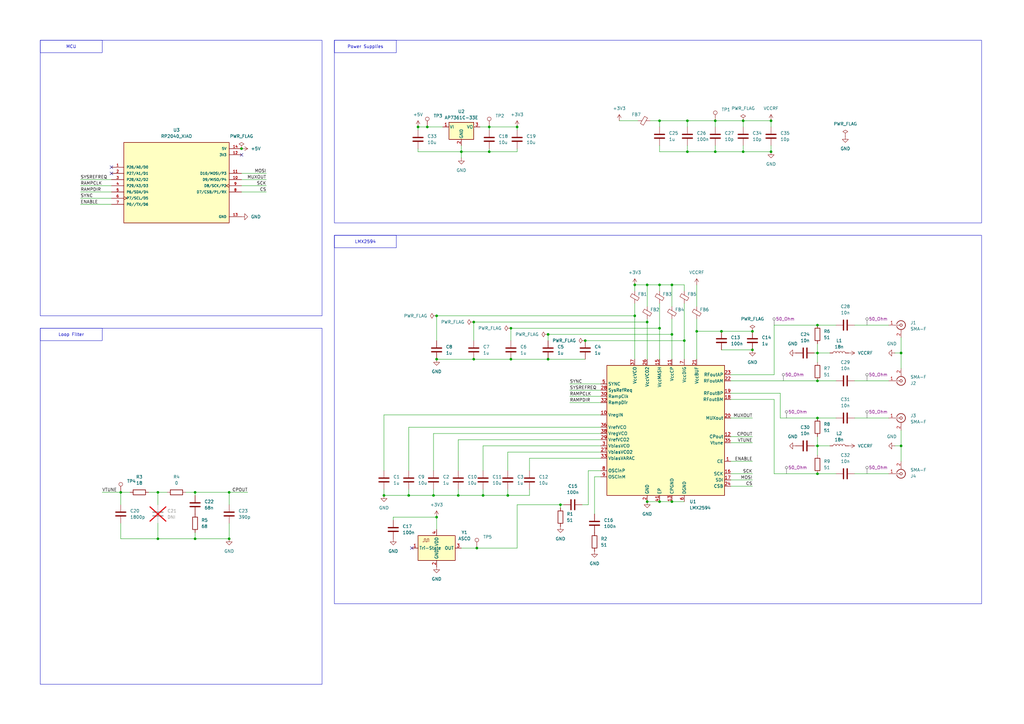
<source format=kicad_sch>
(kicad_sch (version 20250114) (generator "eeschema") (generator_version "9.0")
  (paper "A3")
  (title_block (title "LMX2594 Test Board") (date "2025-09-18") (company "MAX XIANG"))
  (lib_symbols
    (symbol "0thaumatilib:RP2040_XIAO" (pin_names (offset 1.016))
      (property "Reference" "U" (at -22.86 17.78 0))
      (property "Value" "RP2040_XIAO" (at -22.86 -17.78 0))
      (symbol "RP2040_XIAO_0_0"
        (pin bidirectional line (at -27.94 7.62 0) (length 5.08) (name "P26/A0/D0") (number "1"))
        (pin bidirectional line (at -27.94 5.08 0) (length 5.08) (name "P27/A1/D1") (number "2"))
        (pin bidirectional line (at -27.94 2.54 0) (length 5.08) (name "P28/A2/D2") (number "3"))
        (pin bidirectional line (at -27.94 0 0) (length 5.08) (name "P29/A3/D3") (number "4"))
        (pin bidirectional line (at -27.94 -2.54 0) (length 5.08) (name "P6/SDA/D4") (number "5"))
        (pin bidirectional clock (at -27.94 -5.08 0) (length 5.08) (name "P7/SCL/D5") (number "6"))
        (pin bidirectional line (at -27.94 -7.62 0) (length 5.08) (name "P0//TX/D6") (number "7"))
        (pin power_in line (at 25.4 15.24 180) (length 5.08) (name "5V") (number "14"))
        (pin power_in line (at 25.4 12.7 180) (length 5.08) (name "3V3") (number "12"))
        (pin bidirectional line (at 25.4 5.08 180) (length 5.08) (name "D10/MOSI/P3") (number "11"))
        (pin bidirectional line (at 25.4 2.54 180) (length 5.08) (name "D9/MISO/P4") (number "10"))
        (pin bidirectional clock (at 25.4 0 180) (length 5.08) (name "D8/SCK/P2") (number "9"))
        (pin bidirectional line (at 25.4 -2.54 180) (length 5.08) (name "D7/CSB/P1/RX") (number "8"))
        (pin power_in line (at 25.4 -12.7 180) (length 5.08) (name "GND") (number "13"))
      )
    )
    (symbol "Connector:Conn_Coaxial" (pin_names (offset 1.016) (hide yes))
      (property "Reference" "J" (at 0.254 3.048 0))
      (property "Value" "Conn_Coaxial" (at 2.921 0 90))
      (symbol "Conn_Coaxial_1_1"
        (pin passive line (at -5.08 0 0) (length 2.54) (name "In") (number "1"))
        (pin passive line (at 0 -5.08 90) (length 2.54) (name "Ext") (number "2"))
      )
    )
    (symbol "Connector:TestPoint" (pin_numbers (hide yes)) (pin_names (offset 0.762) (hide yes))
      (property "Reference" "TP" (at 0 6.858 0))
      (property "Value" "TestPoint" (at 0 5.08 0))
      (symbol "TestPoint_1_1"
        (pin passive line (at 0 0 90) (length 2.54) (name "1") (number "1"))
      )
    )
    (symbol "Device:C" (pin_numbers (hide yes)) (pin_names (offset 0.254))
      (property "Reference" "C" (at 0.635 2.54 0))
      (property "Value" "C" (at 0.635 -2.54 0))
      (symbol "C_1_1"
        (pin passive line (at 0 3.81 270) (length 2.794) (name "~") (number "1"))
        (pin passive line (at 0 -3.81 90) (length 2.794) (name "~") (number "2"))
      )
    )
    (symbol "Device:FerriteBead_Small" (pin_numbers (hide yes)) (pin_names (offset 0))
      (property "Reference" "FB" (at 1.905 1.27 0))
      (property "Value" "FerriteBead_Small" (at 1.905 -1.27 0))
      (symbol "FerriteBead_Small_1_1"
        (pin passive line (at 0 2.54 270) (length 1.27) (name "~") (number "1"))
        (pin passive line (at 0 -2.54 90) (length 1.27) (name "~") (number "2"))
      )
    )
    (symbol "Device:L" (pin_numbers (hide yes)) (pin_names (offset 1.016) (hide yes))
      (property "Reference" "L" (at -1.27 0 90))
      (property "Value" "L" (at 1.905 0 90))
      (symbol "L_1_1"
        (pin passive line (at 0 3.81 270) (length 1.27) (name "1") (number "1"))
        (pin passive line (at 0 -3.81 90) (length 1.27) (name "2") (number "2"))
      )
    )
    (symbol "Device:R" (pin_numbers (hide yes)) (pin_names (offset 0))
      (property "Reference" "R" (at 2.032 0 90))
      (property "Value" "R" (at 0 0 90))
      (symbol "R_1_1"
        (pin passive line (at 0 3.81 270) (length 1.27) (name "~") (number "1"))
        (pin passive line (at 0 -3.81 90) (length 1.27) (name "~") (number "2"))
      )
    )
    (symbol "LMX2594_1"
      (property "Reference" "U1" (at 9.7633 -29.21 0))
      (property "Value" "LMX2594" (at 9.7633 -31.75 0))
      (symbol "LMX2594_1_1_1"
        (pin input line (at -26.67 19.05 0) (length 2.54) (name "SYNC") (number "5"))
        (pin input line (at -26.67 16.51 0) (length 2.54) (name "SysRefReq") (number "28"))
        (pin input line (at -26.67 13.97 0) (length 2.54) (name "RampClk") (number "30"))
        (pin input line (at -26.67 11.43 0) (length 2.54) (name "RampDir") (number "32"))
        (pin passive line (at -26.67 6.35 0) (length 2.54) (name "VregIN") (number "10"))
        (pin passive line (at -26.67 1.27 0) (length 2.54) (name "VrefVCO") (number "36"))
        (pin passive line (at -26.67 -1.27 0) (length 2.54) (name "VregVCO") (number "38"))
        (pin passive line (at -26.67 -3.81 0) (length 2.54) (name "VrefVCO2") (number "29"))
        (pin passive line (at -26.67 -6.35 0) (length 2.54) (name "VbiasVCO") (number "3"))
        (pin passive line (at -26.67 -8.89 0) (length 2.54) (name "VbiasVCO2") (number "27"))
        (pin passive line (at -26.67 -11.43 0) (length 2.54) (name "VbiasVARAC") (number "33"))
        (pin input line (at -26.67 -16.51 0) (length 2.54) (name "OSCinP") (number "8"))
        (pin input line (at -26.67 -19.05 0) (length 2.54) (name "OSCinM") (number "9"))
        (pin power_in line (at -12.7 29.21 270) (length 2.54) (name "VccVCO") (number "37"))
        (pin power_in line (at -7.62 29.21 270) (length 2.54) (name "VccVCO2") (number "26"))
        (pin passive line (at -7.62 -29.21 90) (length 2.54) (name "GND") (number "2"))
        (pin passive line (at -7.62 -29.21 90) (length 2.54) (hide yes) (name "GND") (number "25"))
        (pin passive line (at -7.62 -29.21 90) (length 2.54) (hide yes) (name "GND") (number "31"))
        (pin passive line (at -7.62 -29.21 90) (length 2.54) (hide yes) (name "GND") (number "34"))
        (pin passive line (at -7.62 -29.21 90) (length 2.54) (hide yes) (name "GND") (number "39"))
        (pin passive line (at -7.62 -29.21 90) (length 2.54) (hide yes) (name "GND") (number "4"))
        (pin passive line (at -7.62 -29.21 90) (length 2.54) (hide yes) (name "GND") (number "40"))
        (pin power_in line (at -2.54 29.21 270) (length 2.54) (name "VccMASH") (number "15"))
        (pin passive line (at -2.54 -29.21 90) (length 2.54) (name "EP") (number "41"))
        (pin power_in line (at 2.54 29.21 270) (length 2.54) (name "VccCP") (number "11"))
        (pin passive line (at 2.54 -29.21 90) (length 2.54) (name "CPGND") (number "13"))
        (pin power_in line (at 7.62 29.21 270) (length 2.54) (name "VccDIG") (number "7"))
        (pin passive line (at 7.62 -29.21 90) (length 2.54) (hide yes) (name "DGND") (number "14"))
        (pin passive line (at 7.62 -29.21 90) (length 2.54) (name "DGND") (number "6"))
        (pin power_in line (at 12.7 29.21 270) (length 2.54) (name "VccBUF") (number "21"))
        (pin output line (at 26.67 22.86 180) (length 2.54) (name "RFoutAP") (number "23"))
        (pin output line (at 26.67 20.32 180) (length 2.54) (name "RFoutAM") (number "22"))
        (pin output line (at 26.67 15.24 180) (length 2.54) (name "RFoutBP") (number "19"))
        (pin output line (at 26.67 12.7 180) (length 2.54) (name "RFoutBM") (number "18"))
        (pin output line (at 26.67 5.08 180) (length 2.54) (name "MUXout") (number "20"))
        (pin output line (at 26.67 -2.54 180) (length 2.54) (name "CPout") (number "12"))
        (pin input line (at 26.67 -5.08 180) (length 2.54) (name "Vtune") (number "35"))
        (pin input line (at 26.67 -12.7 180) (length 2.54) (name "CE") (number "1"))
        (pin input line (at 26.67 -17.78 180) (length 2.54) (name "SCK") (number "16"))
        (pin input line (at 26.67 -20.32 180) (length 2.54) (name "SDI") (number "17"))
        (pin input line (at 26.67 -22.86 180) (length 2.54) (name "CSB") (number "24"))
      )
    )
    (symbol "Oscillator:ASCO"
      (property "Reference" "Y" (at -7.62 6.35 0))
      (property "Value" "ASCO" (at 1.27 -6.35 0))
      (symbol "ASCO_1_1"
        (pin input line (at -10.16 0 0) (length 2.54) (name "Tri-State") (number "1"))
        (pin power_in line (at 0 7.62 270) (length 2.54) (name "VDD") (number "4"))
        (pin power_in line (at 0 -7.62 90) (length 2.54) (name "GND") (number "2"))
        (pin output line (at 10.16 0 180) (length 2.54) (name "OUT") (number "3"))
      )
    )
    (symbol "Regulator_Linear:AP7361C-33E" (pin_names (offset 0.254))
      (property "Reference" "U" (at -3.81 3.175 0))
      (property "Value" "AP7361C-33E" (at 0 3.175 0))
      (symbol "AP7361C-33E_1_1"
        (pin power_in line (at -7.62 0 0) (length 2.54) (name "VI") (number "1"))
        (pin power_in line (at 0 -7.62 90) (length 2.54) (name "GND") (number "2"))
        (pin power_out line (at 7.62 0 180) (length 2.54) (name "VO") (number "3"))
      )
    )
    (symbol "power:+3V3" (power) (pin_numbers (hide yes)) (pin_names (offset 0) (hide yes))
      (property "Value" "+3V3" (at 0 3.556 0))
      (symbol "+3V3_1_1"
        (pin power_in line (at 0 0 90) (length 0) (name "~") (number "1"))
      )
    )
    (symbol "power:+5V" (power) (pin_numbers (hide yes)) (pin_names (offset 0) (hide yes))
      (property "Value" "+5V" (at 0 3.556 0))
      (symbol "+5V_1_1"
        (pin power_in line (at 0 0 90) (length 0) (name "~") (number "1"))
      )
    )
    (symbol "power:GND" (power) (pin_numbers (hide yes)) (pin_names (offset 0) (hide yes))
      (property "Value" "GND" (at 0 -3.81 0))
      (symbol "GND_1_1"
        (pin power_in line (at 0 0 270) (length 0) (name "~") (number "1"))
      )
    )
    (symbol "power:PWR_FLAG" (power) (pin_numbers (hide yes)) (pin_names (offset 0) (hide yes))
      (property "Value" "PWR_FLAG" (at 0 3.81 0))
      (symbol "PWR_FLAG_0_0"
        (pin power_out line (at 0 0 90) (length 0) (name "~") (number "1"))
      )
    )
    (symbol "power:VCC" (power) (pin_numbers (hide yes)) (pin_names (offset 0) (hide yes))
      (property "Value" "VCC" (at 0 3.556 0))
      (symbol "VCC_1_1"
        (pin power_in line (at 0 0 90) (length 0) (name "~") (number "1"))
      )
    )
  )
  (rectangle (start 137.16 96.52) (end 402.59 247.65))
  (rectangle (start 16.51 134.62) (end 132.08 280.67))
  (rectangle (start 137.16 16.51) (end 402.59 91.44))
  (rectangle (start 16.51 16.51) (end 132.08 129.54))
  (text_box "Power Supplies" (at 137.16 16.51 0) (size 25.4 5.08) (margins 0.9525 0.9525 0.9525 0.9525) (effects (font (size 1.27 1.27))))
  (text_box "LMX2594" (at 137.16 96.52 0) (size 25.4 5.08) (margins 0.9525 0.9525 0.9525 0.9525) (effects (font (size 1.27 1.27))))
  (text_box "MCU" (at 16.51 16.51 0) (size 25.4 5.08) (margins 0.9525 0.9525 0.9525 0.9525) (effects (font (size 1.27 1.27))))
  (text_box "Loop Filter" (at 16.51 134.62 0) (size 25.4 5.08) (margins 0.9525 0.9525 0.9525 0.9525) (effects (font (size 1.27 1.27))))
  (junction (at 270.51 205.74))
  (junction (at 179.07 212.09))
  (junction (at 335.28 156.21))
  (junction (at 80.01 220.98))
  (junction (at 335.28 144.78))
  (junction (at 265.43 205.74))
  (junction (at 198.12 203.2))
  (junction (at 265.43 132.08))
  (junction (at 64.77 220.98))
  (junction (at 208.28 203.2))
  (junction (at 80.01 201.93))
  (junction (at 212.09 52.07))
  (junction (at 194.31 132.08))
  (junction (at 93.98 220.98))
  (junction (at 171.45 52.07))
  (junction (at 64.77 201.93))
  (junction (at 304.8 49.53))
  (junction (at 308.61 135.89))
  (junction (at 99.06 60.96))
  (junction (at 179.07 129.54))
  (junction (at 304.8 62.23))
  (junction (at 229.87 207.01))
  (junction (at 280.67 139.7))
  (junction (at 281.94 62.23))
  (junction (at 335.28 171.45))
  (junction (at 240.03 139.7))
  (junction (at 209.55 134.62))
  (junction (at 200.66 52.07))
  (junction (at 177.8 203.2))
  (junction (at 195.58 224.79))
  (junction (at 265.43 116.84))
  (junction (at 157.48 203.2))
  (junction (at 293.37 49.53))
  (junction (at 209.55 147.32))
  (junction (at 316.23 62.23))
  (junction (at 308.61 143.51))
  (junction (at 275.59 116.84))
  (junction (at 295.91 135.89))
  (junction (at 275.59 137.16))
  (junction (at 224.79 137.16))
  (junction (at 194.31 147.32))
  (junction (at 281.94 49.53))
  (junction (at 49.53 201.93))
  (junction (at 316.23 49.53))
  (junction (at 260.35 129.54))
  (junction (at 369.57 182.88))
  (junction (at 224.79 147.32))
  (junction (at 293.37 62.23))
  (junction (at 175.26 52.07))
  (junction (at 200.66 62.23))
  (junction (at 335.28 182.88))
  (junction (at 335.28 194.31))
  (junction (at 285.75 135.89))
  (junction (at 93.98 201.93))
  (junction (at 335.28 133.35))
  (junction (at 270.51 116.84))
  (junction (at 179.07 147.32))
  (junction (at 260.35 116.84))
  (junction (at 270.51 134.62))
  (junction (at 187.96 203.2))
  (junction (at 189.23 62.23))
  (junction (at 369.57 144.78))
  (junction (at 167.64 203.2))
  (junction (at 270.51 49.53))
  (junction (at 275.59 205.74))
  (no_connect (at 168.91 224.79))
  (no_connect (at 45.72 68.58))
  (no_connect (at 45.72 71.12))
  (no_connect (at 99.06 63.5))
  (wire (pts (xy 194.31 132.08) (xy 265.43 132.08)))
  (wire (pts (xy 196.85 52.07) (xy 200.66 52.07)))
  (wire (pts (xy 93.98 214.63) (xy 93.98 220.98)))
  (wire (pts (xy 285.75 135.89) (xy 295.91 135.89)))
  (wire (pts (xy 280.67 116.84) (xy 275.59 116.84)))
  (wire (pts (xy 49.53 207.01) (xy 49.53 201.93)))
  (wire (pts (xy 194.31 147.32) (xy 209.55 147.32)))
  (wire (pts (xy 171.45 60.96) (xy 171.45 62.23)))
  (wire (pts (xy 212.09 224.79) (xy 212.09 207.01)))
  (wire (pts (xy 334.01 144.78) (xy 335.28 144.78)))
  (wire (pts (xy 270.51 134.62) (xy 270.51 147.32)))
  (wire (pts (xy 335.28 133.35) (xy 342.9 133.35)))
  (wire (pts (xy 260.35 129.54) (xy 260.35 147.32)))
  (wire (pts (xy 350.52 171.45) (xy 364.49 171.45)))
  (wire (pts (xy 285.75 130.81) (xy 285.75 135.89)))
  (wire (pts (xy 99.06 71.12) (xy 109.22 71.12)))
  (wire (pts (xy 33.02 73.66) (xy 45.72 73.66)))
  (wire (pts (xy 189.23 62.23) (xy 200.66 62.23)))
  (wire (pts (xy 179.07 147.32) (xy 194.31 147.32)))
  (wire (pts (xy 304.8 62.23) (xy 293.37 62.23)))
  (wire (pts (xy 243.84 195.58) (xy 246.38 195.58)))
  (wire (pts (xy 367.03 144.78) (xy 369.57 144.78)))
  (wire (pts (xy 161.29 212.09) (xy 179.07 212.09)))
  (wire (pts (xy 99.06 76.2) (xy 109.22 76.2)))
  (wire (pts (xy 241.3 193.04) (xy 246.38 193.04)))
  (wire (pts (xy 270.51 62.23) (xy 270.51 59.69)))
  (wire (pts (xy 64.77 220.98) (xy 49.53 220.98)))
  (wire (pts (xy 200.66 62.23) (xy 212.09 62.23)))
  (wire (pts (xy 224.79 137.16) (xy 275.59 137.16)))
  (wire (pts (xy 171.45 62.23) (xy 189.23 62.23)))
  (wire (pts (xy 246.38 170.18) (xy 157.48 170.18)))
  (wire (pts (xy 224.79 137.16) (xy 224.79 139.7)))
  (wire (pts (xy 270.51 124.46) (xy 270.51 134.62)))
  (wire (pts (xy 335.28 182.88) (xy 340.36 182.88)))
  (wire (pts (xy 212.09 207.01) (xy 229.87 207.01)))
  (wire (pts (xy 265.43 130.81) (xy 265.43 132.08)))
  (wire (pts (xy 350.52 133.35) (xy 364.49 133.35)))
  (wire (pts (xy 299.72 199.39) (xy 308.61 199.39)))
  (wire (pts (xy 299.72 196.85) (xy 308.61 196.85)))
  (wire (pts (xy 304.8 49.53) (xy 293.37 49.53)))
  (wire (pts (xy 240.03 139.7) (xy 280.67 139.7)))
  (wire (pts (xy 233.68 165.1) (xy 246.38 165.1)))
  (wire (pts (xy 80.01 201.93) (xy 93.98 201.93)))
  (wire (pts (xy 224.79 147.32) (xy 240.03 147.32)))
  (wire (pts (xy 99.06 78.74) (xy 109.22 78.74)))
  (wire (pts (xy 187.96 180.34) (xy 246.38 180.34)))
  (wire (pts (xy 275.59 116.84) (xy 275.59 125.73)))
  (wire (pts (xy 275.59 137.16) (xy 275.59 147.32)))
  (wire (pts (xy 161.29 212.09) (xy 161.29 213.36)))
  (wire (pts (xy 265.43 116.84) (xy 265.43 125.73)))
  (wire (pts (xy 64.77 214.63) (xy 64.77 220.98)))
  (wire (pts (xy 229.87 207.01) (xy 229.87 208.28)))
  (wire (pts (xy 299.72 194.31) (xy 308.61 194.31)))
  (wire (pts (xy 254 49.53) (xy 261.62 49.53)))
  (wire (pts (xy 209.55 147.32) (xy 224.79 147.32)))
  (wire (pts (xy 195.58 224.79) (xy 212.09 224.79)))
  (wire (pts (xy 177.8 200.66) (xy 177.8 203.2)))
  (wire (pts (xy 171.45 52.07) (xy 175.26 52.07)))
  (wire (pts (xy 208.28 185.42) (xy 246.38 185.42)))
  (wire (pts (xy 187.96 193.04) (xy 187.96 180.34)))
  (wire (pts (xy 157.48 200.66) (xy 157.48 203.2)))
  (wire (pts (xy 80.01 218.44) (xy 80.01 220.98)))
  (wire (pts (xy 167.64 193.04) (xy 167.64 175.26)))
  (wire (pts (xy 80.01 220.98) (xy 64.77 220.98)))
  (wire (pts (xy 316.23 59.69) (xy 316.23 62.23)))
  (wire (pts (xy 194.31 132.08) (xy 194.31 139.7)))
  (wire (pts (xy 209.55 134.62) (xy 209.55 139.7)))
  (wire (pts (xy 167.64 175.26) (xy 246.38 175.26)))
  (wire (pts (xy 229.87 207.01) (xy 231.14 207.01)))
  (wire (pts (xy 281.94 49.53) (xy 293.37 49.53)))
  (wire (pts (xy 299.72 156.21) (xy 335.28 156.21)))
  (wire (pts (xy 189.23 59.69) (xy 189.23 62.23)))
  (wire (pts (xy 316.23 49.53) (xy 316.23 52.07)))
  (wire (pts (xy 64.77 201.93) (xy 64.77 207.01)))
  (wire (pts (xy 167.64 203.2) (xy 177.8 203.2)))
  (wire (pts (xy 270.51 205.74) (xy 275.59 205.74)))
  (wire (pts (xy 335.28 182.88) (xy 335.28 186.69)))
  (wire (pts (xy 41.91 201.93) (xy 49.53 201.93)))
  (wire (pts (xy 93.98 201.93) (xy 101.6 201.93)))
  (wire (pts (xy 33.02 83.82) (xy 45.72 83.82)))
  (wire (pts (xy 187.96 203.2) (xy 198.12 203.2)))
  (wire (pts (xy 80.01 201.93) (xy 80.01 203.2)))
  (wire (pts (xy 299.72 189.23) (xy 308.61 189.23)))
  (wire (pts (xy 200.66 52.07) (xy 212.09 52.07)))
  (wire (pts (xy 369.57 144.78) (xy 369.57 151.13)))
  (wire (pts (xy 280.67 116.84) (xy 280.67 119.38)))
  (wire (pts (xy 64.77 201.93) (xy 68.58 201.93)))
  (wire (pts (xy 335.28 156.21) (xy 342.9 156.21)))
  (wire (pts (xy 93.98 220.98) (xy 80.01 220.98)))
  (wire (pts (xy 335.28 140.97) (xy 335.28 144.78)))
  (wire (pts (xy 335.28 194.31) (xy 342.9 194.31)))
  (wire (pts (xy 270.51 52.07) (xy 270.51 49.53)))
  (wire (pts (xy 167.64 200.66) (xy 167.64 203.2)))
  (wire (pts (xy 320.04 171.45) (xy 320.04 161.29)))
  (wire (pts (xy 367.03 182.88) (xy 369.57 182.88)))
  (wire (pts (xy 76.2 201.93) (xy 80.01 201.93)))
  (wire (pts (xy 285.75 116.84) (xy 285.75 125.73)))
  (wire (pts (xy 304.8 59.69) (xy 304.8 62.23)))
  (wire (pts (xy 280.67 139.7) (xy 280.67 147.32)))
  (wire (pts (xy 233.68 160.02) (xy 246.38 160.02)))
  (wire (pts (xy 187.96 200.66) (xy 187.96 203.2)))
  (wire (pts (xy 280.67 124.46) (xy 280.67 139.7)))
  (wire (pts (xy 317.5 163.83) (xy 317.5 194.31)))
  (wire (pts (xy 233.68 157.48) (xy 246.38 157.48)))
  (wire (pts (xy 299.72 179.07) (xy 308.61 179.07)))
  (wire (pts (xy 212.09 52.07) (xy 212.09 53.34)))
  (wire (pts (xy 212.09 62.23) (xy 212.09 60.96)))
  (wire (pts (xy 198.12 200.66) (xy 198.12 203.2)))
  (wire (pts (xy 281.94 49.53) (xy 281.94 52.07)))
  (wire (pts (xy 317.5 194.31) (xy 335.28 194.31)))
  (wire (pts (xy 295.91 143.51) (xy 308.61 143.51)))
  (wire (pts (xy 295.91 135.89) (xy 308.61 135.89)))
  (wire (pts (xy 350.52 194.31) (xy 364.49 194.31)))
  (wire (pts (xy 299.72 163.83) (xy 317.5 163.83)))
  (wire (pts (xy 49.53 201.93) (xy 53.34 201.93)))
  (wire (pts (xy 334.01 182.88) (xy 335.28 182.88)))
  (wire (pts (xy 177.8 193.04) (xy 177.8 177.8)))
  (wire (pts (xy 316.23 49.53) (xy 304.8 49.53)))
  (wire (pts (xy 265.43 205.74) (xy 270.51 205.74)))
  (wire (pts (xy 157.48 203.2) (xy 167.64 203.2)))
  (wire (pts (xy 179.07 129.54) (xy 179.07 139.7)))
  (wire (pts (xy 189.23 224.79) (xy 195.58 224.79)))
  (wire (pts (xy 33.02 76.2) (xy 45.72 76.2)))
  (wire (pts (xy 208.28 193.04) (xy 208.28 185.42)))
  (wire (pts (xy 209.55 134.62) (xy 270.51 134.62)))
  (wire (pts (xy 275.59 130.81) (xy 275.59 137.16)))
  (wire (pts (xy 293.37 59.69) (xy 293.37 62.23)))
  (wire (pts (xy 335.28 171.45) (xy 342.9 171.45)))
  (wire (pts (xy 369.57 138.43) (xy 369.57 144.78)))
  (wire (pts (xy 157.48 170.18) (xy 157.48 193.04)))
  (wire (pts (xy 177.8 177.8) (xy 246.38 177.8)))
  (wire (pts (xy 304.8 49.53) (xy 304.8 52.07)))
  (wire (pts (xy 200.66 52.07) (xy 200.66 53.34)))
  (wire (pts (xy 270.51 49.53) (xy 281.94 49.53)))
  (wire (pts (xy 33.02 81.28) (xy 45.72 81.28)))
  (wire (pts (xy 266.7 49.53) (xy 270.51 49.53)))
  (wire (pts (xy 293.37 49.53) (xy 293.37 52.07)))
  (wire (pts (xy 33.02 78.74) (xy 45.72 78.74)))
  (wire (pts (xy 175.26 52.07) (xy 181.61 52.07)))
  (wire (pts (xy 208.28 200.66) (xy 208.28 203.2)))
  (wire (pts (xy 350.52 156.21) (xy 364.49 156.21)))
  (wire (pts (xy 200.66 62.23) (xy 200.66 60.96)))
  (wire (pts (xy 93.98 201.93) (xy 93.98 207.01)))
  (wire (pts (xy 320.04 161.29) (xy 299.72 161.29)))
  (wire (pts (xy 270.51 116.84) (xy 275.59 116.84)))
  (wire (pts (xy 275.59 205.74) (xy 280.67 205.74)))
  (wire (pts (xy 299.72 153.67) (xy 317.5 153.67)))
  (wire (pts (xy 171.45 52.07) (xy 171.45 53.34)))
  (wire (pts (xy 177.8 203.2) (xy 187.96 203.2)))
  (wire (pts (xy 281.94 59.69) (xy 281.94 62.23)))
  (wire (pts (xy 335.28 179.07) (xy 335.28 182.88)))
  (wire (pts (xy 198.12 203.2) (xy 208.28 203.2)))
  (wire (pts (xy 299.72 181.61) (xy 308.61 181.61)))
  (wire (pts (xy 189.23 62.23) (xy 189.23 64.77)))
  (wire (pts (xy 335.28 144.78) (xy 335.28 148.59)))
  (wire (pts (xy 317.5 153.67) (xy 317.5 133.35)))
  (wire (pts (xy 179.07 212.09) (xy 179.07 217.17)))
  (wire (pts (xy 246.38 187.96) (xy 217.17 187.96)))
  (wire (pts (xy 241.3 207.01) (xy 241.3 193.04)))
  (wire (pts (xy 316.23 62.23) (xy 304.8 62.23)))
  (wire (pts (xy 317.5 133.35) (xy 335.28 133.35)))
  (wire (pts (xy 285.75 135.89) (xy 285.75 147.32)))
  (wire (pts (xy 198.12 182.88) (xy 246.38 182.88)))
  (wire (pts (xy 208.28 203.2) (xy 217.17 203.2)))
  (wire (pts (xy 179.07 129.54) (xy 260.35 129.54)))
  (wire (pts (xy 265.43 132.08) (xy 265.43 147.32)))
  (wire (pts (xy 217.17 203.2) (xy 217.17 200.66)))
  (wire (pts (xy 260.35 116.84) (xy 260.35 119.38)))
  (wire (pts (xy 198.12 193.04) (xy 198.12 182.88)))
  (wire (pts (xy 270.51 116.84) (xy 270.51 119.38)))
  (wire (pts (xy 299.72 171.45) (xy 308.61 171.45)))
  (wire (pts (xy 260.35 124.46) (xy 260.35 129.54)))
  (wire (pts (xy 99.06 73.66) (xy 109.22 73.66)))
  (wire (pts (xy 369.57 176.53) (xy 369.57 182.88)))
  (wire (pts (xy 293.37 62.23) (xy 281.94 62.23)))
  (wire (pts (xy 335.28 144.78) (xy 340.36 144.78)))
  (wire (pts (xy 217.17 187.96) (xy 217.17 193.04)))
  (wire (pts (xy 369.57 182.88) (xy 369.57 189.23)))
  (wire (pts (xy 238.76 207.01) (xy 241.3 207.01)))
  (wire (pts (xy 49.53 220.98) (xy 49.53 214.63)))
  (wire (pts (xy 281.94 62.23) (xy 270.51 62.23)))
  (wire (pts (xy 60.96 201.93) (xy 64.77 201.93)))
  (wire (pts (xy 335.28 171.45) (xy 320.04 171.45)))
  (wire (pts (xy 270.51 116.84) (xy 265.43 116.84)))
  (wire (pts (xy 233.68 162.56) (xy 246.38 162.56)))
  (wire (pts (xy 243.84 195.58) (xy 243.84 210.82)))
  (wire (pts (xy 265.43 116.84) (xy 260.35 116.84)))
  (label "SYNC" (at 233.68 157.48 0))
  (label "CPOUT" (at 308.61 179.07 180))
  (label "MUXOUT" (at 308.61 171.45 180))
  (label "ENABLE" (at 33.02 83.82 0))
  (label "RAMPDIR" (at 33.02 78.74 0))
  (label "SYSREFREQ" (at 233.68 160.02 0))
  (label "RAMPCLK" (at 33.02 76.2 0))
  (label "MOSI" (at 308.61 196.85 180))
  (label "MUXOUT" (at 109.22 73.66 180))
  (label "VTUNE" (at 41.91 201.93 0))
  (label "SCK" (at 109.22 76.2 180))
  (label "CPOUT" (at 101.6 201.93 180))
  (label "RAMPCLK" (at 233.68 162.56 0))
  (label "VTUNE" (at 308.61 181.61 180))
  (label "ENABLE" (at 308.61 189.23 180))
  (label "MOSI" (at 109.22 71.12 180))
  (label "SCK" (at 308.61 194.31 180))
  (label "SYSREFREQ" (at 33.02 73.66 0))
  (label "CS" (at 308.61 199.39 180))
  (label "RAMPDIR" (at 233.68 165.1 0))
  (label "SYNC" (at 33.02 81.28 0))
  (label "CS" (at 109.22 78.74 180))
  (netclass_flag "" (length 2.54) (shape round) (at 355.6 194.31 0) (property "Netclass" "50_Ohm" (at 356.2985 191.77 0) (effects (justify left))))
  (netclass_flag "" (length 2.54) (shape round) (at 322.58 194.31 0) (property "Netclass" "50_Ohm" (at 323.2785 191.77 0) (effects (justify left))))
  (netclass_flag "" (length 2.54) (shape round) (at 355.6 171.45 0) (property "Netclass" "50_Ohm" (at 356.2985 168.91 0) (effects (justify left))))
  (netclass_flag "" (length 2.54) (shape round) (at 322.58 171.45 0) (property "Netclass" "50_Ohm" (at 323.2785 168.91 0) (effects (justify left))))
  (netclass_flag "" (length 2.54) (shape round) (at 355.6 133.35 0) (property "Netclass" "50_Ohm" (at 356.2985 130.81 0) (effects (justify left))))
  (netclass_flag "" (length 2.54) (shape round) (at 321.31 156.21 0) (property "Netclass" "50_Ohm" (at 322.0085 153.67 0) (effects (justify left))))
  (netclass_flag "" (length 2.54) (shape round) (at 317.5 133.35 0) (property "Netclass" "50_Ohm" (at 318.1985 130.81 0) (effects (justify left))))
  (netclass_flag "" (length 2.54) (shape round) (at 355.6 156.21 0) (property "Netclass" "50_Ohm" (at 356.2985 153.67 0) (effects (justify left))))
  (symbol (lib_id "power:VCC") (at 285.75 116.84 0) (unit 1)
    (property "Reference" "#PWR017" (effects (hide yes)))
    (property "Value" "VCCRF" (at 285.75 111.76 0))
    (property "Description" "Power symbol creates a global label with name \"VCCRF\"" (effects (hide yes)))
  )
  (symbol (lib_id "Device:C") (at 209.55 143.51 0) (unit 1)
    (property "Reference" "C6" (at 213.36 142.2399 0) (effects (justify left)))
    (property "Value" "1u" (at 213.36 144.7799 0) (effects (justify left)))
    (property "Footprint" "Capacitor_SMD:C_0402_1005Metric_Pad0.74x0.62mm_HandSolder" (effects (hide yes)))
    (property "Description" "Unpolarized capacitor" (effects (hide yes)))
  )
  (symbol (lib_id "Device:R") (at 335.28 190.5 0) (unit 1)
    (property "Reference" "R9" (at 337.82 189.2299 0) (effects (justify left)))
    (property "Value" "51" (at 337.82 191.7699 0) (effects (justify left)))
    (property "Footprint" "Resistor_SMD:R_0402_1005Metric_Pad0.72x0.64mm_HandSolder" (effects (hide yes)))
    (property "Description" "Resistor" (effects (hide yes)))
  )
  (symbol (lib_id "power:GND") (at 308.61 143.51 0) (unit 1)
    (property "Reference" "#PWR04" (effects (hide yes)))
    (property "Value" "GND" (at 308.61 148.59 0))
    (property "Description" "Power symbol creates a global label with name \"GND\" , ground" (effects (hide yes)))
  )
  (symbol (lib_id "Connector:Conn_Coaxial") (at 369.57 194.31 0) (mirror x) (unit 1)
    (property "Reference" "J4" (at 373.38 195.2869 0) (effects (justify left)))
    (property "Value" "SMA-F" (at 373.38 192.7469 0) (effects (justify left)))
    (property "Footprint" "0thaumati-footprintslib:ADAMTECH_RF2-143-T-17-50-G" (effects (hide yes)))
    (property "Description" "coaxial connector (BNC, SMA, SMB, SMC, Cinch/RCA, LEMO, ...)" (effects (hide yes)))
  )
  (symbol (lib_id "Device:R") (at 229.87 212.09 0) (unit 1)
    (property "Reference" "R1" (at 232.41 210.8199 0) (effects (justify left)))
    (property "Value" "51" (at 232.41 213.3599 0) (effects (justify left)))
    (property "Footprint" "Resistor_SMD:R_0402_1005Metric_Pad0.72x0.64mm_HandSolder" (effects (hide yes)))
    (property "Description" "Resistor" (effects (hide yes)))
  )
  (symbol (lib_id "Device:C") (at 330.2 144.78 90) (unit 1)
    (property "Reference" "C24" (at 330.2 137.16 90))
    (property "Value" "10n" (at 330.2 139.7 90))
    (property "Footprint" "Capacitor_SMD:C_0402_1005Metric_Pad0.74x0.62mm_HandSolder" (effects (hide yes)))
    (property "Description" "Unpolarized capacitor" (effects (hide yes)))
  )
  (symbol (lib_id "Device:C") (at 316.23 55.88 0) (unit 1)
    (property "Reference" "C35" (at 320.04 54.6099 0) (effects (justify left)))
    (property "Value" "10p" (at 320.04 57.1499 0) (effects (justify left)))
    (property "Footprint" "Capacitor_SMD:C_0402_1005Metric_Pad0.74x0.62mm_HandSolder" (effects (hide yes)))
    (property "Description" "Unpolarized capacitor" (effects (hide yes)))
  )
  (symbol (lib_id "power:PWR_FLAG") (at 346.71 55.88 0) (unit 1)
    (property "Reference" "#FLG08" (effects (hide yes)))
    (property "Value" "PWR_FLAG" (at 346.71 50.8 0))
    (property "Description" "Special symbol for telling ERC where power comes from" (effects (hide yes)))
  )
  (symbol (lib_id "Device:C") (at 93.98 210.82 0) (unit 1)
    (property "Reference" "C23" (at 97.79 209.5499 0) (effects (justify left)))
    (property "Value" "390p" (at 97.79 212.0899 0) (effects (justify left)))
    (property "Footprint" "Capacitor_SMD:C_0603_1608Metric_Pad1.08x0.95mm_HandSolder" (effects (hide yes)))
    (property "Description" "Unpolarized capacitor" (effects (hide yes)))
  )
  (symbol (lib_id "Device:C") (at 179.07 143.51 0) (unit 1)
    (property "Reference" "C8" (at 182.88 142.2399 0) (effects (justify left)))
    (property "Value" "1u" (at 182.88 144.7799 0) (effects (justify left)))
    (property "Footprint" "Capacitor_SMD:C_0402_1005Metric_Pad0.74x0.62mm_HandSolder" (effects (hide yes)))
    (property "Description" "Unpolarized capacitor" (effects (hide yes)))
  )
  (symbol (lib_id "Device:C") (at 177.8 196.85 0) (unit 1)
    (property "Reference" "C2" (at 181.61 195.5799 0) (effects (justify left)))
    (property "Value" "1u" (at 181.61 198.1199 0) (effects (justify left)))
    (property "Footprint" "Capacitor_SMD:C_0402_1005Metric_Pad0.74x0.62mm_HandSolder" (effects (hide yes)))
    (property "Description" "Unpolarized capacitor" (effects (hide yes)))
  )
  (symbol (lib_id "Device:C") (at 330.2 182.88 90) (unit 1)
    (property "Reference" "C30" (at 330.2 175.26 90))
    (property "Value" "10n" (at 330.2 177.8 90))
    (property "Footprint" "Capacitor_SMD:C_0402_1005Metric_Pad0.74x0.62mm_HandSolder" (effects (hide yes)))
    (property "Description" "Unpolarized capacitor" (effects (hide yes)))
  )
  (symbol (lib_id "Connector:Conn_Coaxial") (at 369.57 171.45 0) (unit 1)
    (property "Reference" "J3" (at 373.38 170.4731 0) (effects (justify left)))
    (property "Value" "SMA-F" (at 373.38 173.0131 0) (effects (justify left)))
    (property "Footprint" "0thaumati-footprintslib:ADAMTECH_RF2-143-T-17-50-G" (effects (hide yes)))
    (property "Description" "coaxial connector (BNC, SMA, SMB, SMC, Cinch/RCA, LEMO, ...)" (effects (hide yes)))
  )
  (symbol (lib_id "Device:R") (at 72.39 201.93 90) (unit 1)
    (property "Reference" "R4" (at 72.39 195.58 90))
    (property "Value" "0" (at 72.39 198.12 90))
    (property "Footprint" "Resistor_SMD:R_0603_1608Metric_Pad0.98x0.95mm_HandSolder" (effects (hide yes)))
    (property "Description" "Resistor" (effects (hide yes)))
  )
  (symbol (lib_id "power:GND") (at 179.07 232.41 0) (unit 1)
    (property "Reference" "#PWR07" (effects (hide yes)))
    (property "Value" "GND" (at 179.07 237.49 0))
    (property "Description" "Power symbol creates a global label with name \"GND\" , ground" (effects (hide yes)))
  )
  (symbol (lib_id "power:PWR_FLAG") (at 304.8 49.53 0) (unit 1)
    (property "Reference" "#FLG01" (effects (hide yes)))
    (property "Value" "PWR_FLAG" (at 304.8 44.45 0))
    (property "Description" "Special symbol for telling ERC where power comes from" (effects (hide yes)))
  )
  (symbol (lib_id "Device:C") (at 64.77 210.82 0) (unit 1) (dnp yes)
    (property "Reference" "C21" (at 68.58 209.5499 0) (effects (justify left)))
    (property "Value" "DNI" (at 68.58 212.0899 0) (effects (justify left)))
    (property "Footprint" "Capacitor_SMD:C_0603_1608Metric_Pad1.08x0.95mm_HandSolder" (effects (hide yes)))
    (property "Description" "Unpolarized capacitor" (effects (hide yes)))
  )
  (symbol (lib_id "power:+5V") (at 99.06 60.96 270) (unit 1)
    (property "Reference" "#PWR026" (effects (hide yes)))
    (property "Value" "+5V" (at 102.87 60.9599 90) (effects (justify left)))
    (property "Description" "Power symbol creates a global label with name \"+5V\"" (effects (hide yes)))
  )
  (symbol (lib_id "Device:C") (at 346.71 156.21 90) (unit 1)
    (property "Reference" "C29" (at 346.71 148.59 90))
    (property "Value" "10n" (at 346.71 151.13 90))
    (property "Footprint" "Capacitor_SMD:C_0402_1005Metric_Pad0.74x0.62mm_HandSolder" (effects (hide yes)))
    (property "Description" "Unpolarized capacitor" (effects (hide yes)))
  )
  (symbol (lib_id "Device:C") (at 346.71 194.31 90) (unit 1)
    (property "Reference" "C32" (at 346.71 186.69 90))
    (property "Value" "10n" (at 346.71 189.23 90))
    (property "Footprint" "Capacitor_SMD:C_0402_1005Metric_Pad0.74x0.62mm_HandSolder" (effects (hide yes)))
    (property "Description" "Unpolarized capacitor" (effects (hide yes)))
  )
  (symbol (lib_id "power:PWR_FLAG") (at 194.31 132.08 90) (unit 1)
    (property "Reference" "#FLG04" (effects (hide yes)))
    (property "Value" "PWR_FLAG" (at 190.5 132.0799 90) (effects (justify left)))
    (property "Description" "Special symbol for telling ERC where power comes from" (effects (hide yes)))
  )
  (symbol (lib_id "Device:R") (at 335.28 175.26 0) (unit 1)
    (property "Reference" "R8" (at 337.82 173.9899 0) (effects (justify left)))
    (property "Value" "51" (at 337.82 176.5299 0) (effects (justify left)))
    (property "Footprint" "Resistor_SMD:R_0402_1005Metric_Pad0.72x0.64mm_HandSolder" (effects (hide yes)))
    (property "Description" "Resistor" (effects (hide yes)))
  )
  (symbol (lib_id "power:+3V3") (at 260.35 116.84 0) (unit 1)
    (property "Reference" "#PWR08" (effects (hide yes)))
    (property "Value" "+3V3" (at 260.35 111.76 0))
    (property "Description" "Power symbol creates a global label with name \"+3V3\"" (effects (hide yes)))
  )
  (symbol (lib_id "power:GND") (at 326.39 144.78 270) (unit 1)
    (property "Reference" "#PWR015" (effects (hide yes)))
    (property "Value" "GND" (at 325.12 140.97 90))
    (property "Description" "Power symbol creates a global label with name \"GND\" , ground" (effects (hide yes)))
  )
  (symbol (lib_id "Connector:Conn_Coaxial") (at 369.57 133.35 0) (unit 1)
    (property "Reference" "J1" (at 373.38 132.3731 0) (effects (justify left)))
    (property "Value" "SMA-F" (at 373.38 134.9131 0) (effects (justify left)))
    (property "Footprint" "0thaumati-footprintslib:ADAMTECH_RF2-143-T-17-50-G" (effects (hide yes)))
    (property "Description" "coaxial connector (BNC, SMA, SMB, SMC, Cinch/RCA, LEMO, ...)" (effects (hide yes)))
  )
  (symbol (lib_id "Connector:TestPoint") (at 49.53 201.93 0) (unit 1)
    (property "Reference" "TP4" (at 52.07 197.3579 0) (effects (justify left)))
    (property "Value" "TestPoint" (effects (hide yes)))
    (property "Footprint" "TestPoint:TestPoint_Pad_1.0x1.0mm" (effects (hide yes)))
    (property "Description" "test point" (effects (hide yes)))
  )
  (symbol (lib_id "Connector:TestPoint") (at 175.26 52.07 0) (unit 1)
    (property "Reference" "TP3" (at 177.8 47.4979 0) (effects (justify left)))
    (property "Value" "TestPoint" (effects (hide yes)))
    (property "Footprint" "TestPoint:TestPoint_Pad_1.0x1.0mm" (effects (hide yes)))
    (property "Description" "test point" (effects (hide yes)))
  )
  (symbol (lib_id "Connector:TestPoint") (at 200.66 52.07 0) (unit 1)
    (property "Reference" "TP2" (at 203.2 47.4979 0) (effects (justify left)))
    (property "Value" "TestPoint" (effects (hide yes)))
    (property "Footprint" "TestPoint:TestPoint_Pad_1.0x1.0mm" (effects (hide yes)))
    (property "Description" "test point" (effects (hide yes)))
  )
  (symbol (lib_id "0thaumatilib:RP2040_XIAO") (at 73.66 76.2 0) (unit 1)
    (property "Reference" "U3" (at 72.39 53.34 0))
    (property "Value" "RP2040_XIAO" (at 72.39 55.88 0))
    (property "Footprint" "0thaumati-footprintslib:MODULE_102010428" (effects (hide yes)))
    (property "PARTREV" "1.3" (effects (hide yes)))
    (property "STANDARD" "Manufacturer Recommendations" (effects (hide yes)))
    (property "MAXIMUM_PACKAGE_HEIGHT" "N/A" (effects (hide yes)))
    (property "MANUFACTURER" "Seeedstudio" (effects (hide yes)))
  )
  (symbol (lib_id "Device:R") (at 335.28 152.4 0) (unit 1)
    (property "Reference" "R7" (at 337.82 151.1299 0) (effects (justify left)))
    (property "Value" "51" (at 337.82 153.6699 0) (effects (justify left)))
    (property "Footprint" "Resistor_SMD:R_0402_1005Metric_Pad0.72x0.64mm_HandSolder" (effects (hide yes)))
    (property "Description" "Resistor" (effects (hide yes)))
  )
  (symbol (lib_id "Device:C") (at 270.51 55.88 0) (unit 1)
    (property "Reference" "C25" (at 274.32 54.6099 0) (effects (justify left)))
    (property "Value" "1u" (at 274.32 57.1499 0) (effects (justify left)))
    (property "Footprint" "Capacitor_SMD:C_0402_1005Metric_Pad0.74x0.62mm_HandSolder" (effects (hide yes)))
    (property "Description" "Unpolarized capacitor" (effects (hide yes)))
  )
  (symbol (lib_id "power:GND") (at 316.23 62.23 0) (unit 1)
    (property "Reference" "#PWR020" (effects (hide yes)))
    (property "Value" "GND" (at 316.23 67.31 0))
    (property "Description" "Power symbol creates a global label with name \"GND\" , ground" (effects (hide yes)))
  )
  (symbol (lib_id "power:PWR_FLAG") (at 240.03 139.7 90) (unit 1)
    (property "Reference" "#FLG07" (effects (hide yes)))
    (property "Value" "PWR_FLAG" (at 236.22 139.6999 90) (effects (justify left)))
    (property "Description" "Special symbol for telling ERC where power comes from" (effects (hide yes)))
  )
  (symbol (lib_id "Device:C") (at 234.95 207.01 90) (unit 1)
    (property "Reference" "C15" (at 234.95 199.39 90))
    (property "Value" "100n" (at 234.95 201.93 90))
    (property "Footprint" "Capacitor_SMD:C_0402_1005Metric_Pad0.74x0.62mm_HandSolder" (effects (hide yes)))
    (property "Description" "Unpolarized capacitor" (effects (hide yes)))
  )
  (symbol (lib_id "Device:FerriteBead_Small") (at 270.51 121.92 0) (unit 1)
    (property "Reference" "FB3" (at 271.78 120.65 0) (effects (justify left)))
    (property "Value" "BLM18PG121SN1D" (effects (hide yes)))
    (property "Footprint" "Inductor_SMD:L_0603_1608Metric_Pad1.05x0.95mm_HandSolder" (effects (hide yes)))
    (property "Description" "Ferrite bead, small symbol" (effects (hide yes)))
  )
  (symbol (lib_id "Device:C") (at 304.8 55.88 0) (unit 1)
    (property "Reference" "C34" (at 308.61 54.6099 0) (effects (justify left)))
    (property "Value" "10p" (at 308.61 57.1499 0) (effects (justify left)))
    (property "Footprint" "Capacitor_SMD:C_0402_1005Metric_Pad0.74x0.62mm_HandSolder" (effects (hide yes)))
    (property "Description" "Unpolarized capacitor" (effects (hide yes)))
  )
  (symbol (lib_id "power:GND") (at 161.29 220.98 0) (unit 1)
    (property "Reference" "#PWR010" (effects (hide yes)))
    (property "Value" "GND" (at 161.29 226.06 0))
    (property "Description" "Power symbol creates a global label with name \"GND\" , ground" (effects (hide yes)))
  )
  (symbol (lib_id "power:PWR_FLAG") (at 179.07 129.54 90) (unit 1)
    (property "Reference" "#FLG02" (effects (hide yes)))
    (property "Value" "PWR_FLAG" (at 175.26 129.5399 90) (effects (justify left)))
    (property "Description" "Special symbol for telling ERC where power comes from" (effects (hide yes)))
  )
  (symbol (lib_id "Device:FerriteBead_Small") (at 265.43 128.27 0) (unit 1)
    (property "Reference" "FB2" (at 266.7 127 0) (effects (justify left)))
    (property "Value" "BLM18PG121SN1D" (effects (hide yes)))
    (property "Footprint" "Inductor_SMD:L_0603_1608Metric_Pad1.05x0.95mm_HandSolder" (effects (hide yes)))
    (property "Description" "Ferrite bead, small symbol" (effects (hide yes)))
  )
  (symbol (lib_id "Device:L") (at 344.17 144.78 90) (unit 1)
    (property "Reference" "L1" (at 344.17 139.7 90))
    (property "Value" "18n" (at 344.17 142.24 90))
    (property "Footprint" "Inductor_SMD:L_0402_1005Metric_Pad0.77x0.64mm_HandSolder" (effects (hide yes)))
    (property "Description" "LQW15AN18NJ00D" (effects (hide yes)))
  )
  (symbol (lib_id "Oscillator:ASCO") (at 179.07 224.79 0) (unit 1)
    (property "Reference" "Y1" (at 190.5 218.3698 0))
    (property "Value" "ASCO" (at 190.5 220.9098 0))
    (property "Footprint" "0thaumati-footprintslib:OSC_TG2016SMN_48.0000M-ECGNNM0" (effects (hide yes)))
    (property "Datasheet" "https://abracon.com/Oscillators/ASCO.pdf" (effects (hide yes)))
    (property "Description" "Crystal Clock Oscillator, Abracon ASCO" (effects (hide yes)))
  )
  (symbol (lib_id "power:GND") (at 367.03 182.88 270) (unit 1)
    (property "Reference" "#PWR024" (effects (hide yes)))
    (property "Value" "GND" (at 365.76 179.07 90))
    (property "Description" "Power symbol creates a global label with name \"GND\" , ground" (effects (hide yes)))
  )
  (symbol (lib_id "power:GND") (at 265.43 205.74 0) (unit 1)
    (property "Reference" "#PWR01" (effects (hide yes)))
    (property "Value" "GND" (at 265.43 210.82 0))
    (property "Description" "Power symbol creates a global label with name \"GND\" , ground" (effects (hide yes)))
  )
  (symbol (lib_id "power:GND") (at 326.39 182.88 270) (unit 1)
    (property "Reference" "#PWR021" (effects (hide yes)))
    (property "Value" "GND" (at 325.12 179.07 90))
    (property "Description" "Power symbol creates a global label with name \"GND\" , ground" (effects (hide yes)))
  )
  (symbol (lib_id "Device:R") (at 57.15 201.93 90) (unit 1)
    (property "Reference" "R3" (at 57.15 195.58 90))
    (property "Value" "18" (at 57.15 198.12 90))
    (property "Footprint" "Resistor_SMD:R_0603_1608Metric_Pad0.98x0.95mm_HandSolder" (effects (hide yes)))
    (property "Description" "Resistor" (effects (hide yes)))
  )
  (symbol (lib_id "power:VCC") (at 347.98 144.78 270) (unit 1)
    (property "Reference" "#PWR016" (effects (hide yes)))
    (property "Value" "VCCRF" (at 351.79 144.7799 90) (effects (justify left)))
    (property "Description" "Power symbol creates a global label with name \"VCCRF\"" (effects (hide yes)))
  )
  (symbol (lib_id "Device:C") (at 212.09 57.15 0) (unit 1)
    (property "Reference" "C19" (at 215.9 55.8799 0) (effects (justify left)))
    (property "Value" "10u" (at 215.9 58.4199 0) (effects (justify left)))
    (property "Footprint" "Capacitor_SMD:C_0603_1608Metric_Pad1.08x0.95mm_HandSolder" (effects (hide yes)))
    (property "Description" "Unpolarized capacitor" (effects (hide yes)))
  )
  (symbol (lib_id "Device:C") (at 346.71 133.35 90) (unit 1)
    (property "Reference" "C28" (at 346.71 125.73 90))
    (property "Value" "10n" (at 346.71 128.27 90))
    (property "Footprint" "Capacitor_SMD:C_0402_1005Metric_Pad0.74x0.62mm_HandSolder" (effects (hide yes)))
    (property "Description" "Unpolarized capacitor" (effects (hide yes)))
  )
  (symbol (lib_id "Device:C") (at 243.84 214.63 180) (unit 1)
    (property "Reference" "C16" (at 247.65 213.3599 0) (effects (justify right)))
    (property "Value" "100n" (at 247.65 215.8999 0) (effects (justify right)))
    (property "Footprint" "Capacitor_SMD:C_0402_1005Metric_Pad0.74x0.62mm_HandSolder" (effects (hide yes)))
    (property "Description" "Unpolarized capacitor" (effects (hide yes)))
  )
  (symbol (lib_id "power:+3V3") (at 212.09 52.07 0) (unit 1)
    (property "Reference" "#PWR013" (effects (hide yes)))
    (property "Value" "+3V3" (at 212.09 46.99 0))
    (property "Description" "Power symbol creates a global label with name \"+3V3\"" (effects (hide yes)))
  )
  (symbol (lib_id "Device:R") (at 80.01 214.63 180) (unit 1)
    (property "Reference" "R5" (at 82.55 213.3599 0) (effects (justify right)))
    (property "Value" "68" (at 82.55 215.8999 0) (effects (justify right)))
    (property "Footprint" "Resistor_SMD:R_0603_1608Metric_Pad0.98x0.95mm_HandSolder" (effects (hide yes)))
    (property "Description" "Resistor" (effects (hide yes)))
  )
  (symbol (lib_id "power:GND") (at 93.98 220.98 0) (unit 1)
    (property "Reference" "#PWR014" (effects (hide yes)))
    (property "Value" "GND" (at 93.98 226.06 0))
    (property "Description" "Power symbol creates a global label with name \"GND\" , ground" (effects (hide yes)))
  )
  (symbol (lib_id "Device:C") (at 167.64 196.85 0) (unit 1)
    (property "Reference" "C9" (at 171.45 195.5799 0) (effects (justify left)))
    (property "Value" "10u" (at 171.45 198.1199 0) (effects (justify left)))
    (property "Footprint" "Capacitor_SMD:C_0603_1608Metric_Pad1.08x0.95mm_HandSolder" (effects (hide yes)))
    (property "Description" "Unpolarized capacitor" (effects (hide yes)))
  )
  (symbol (lib_id "Device:L") (at 344.17 182.88 90) (unit 1)
    (property "Reference" "L2" (at 344.17 177.8 90))
    (property "Value" "18n" (at 344.17 180.34 90))
    (property "Footprint" "Inductor_SMD:L_0402_1005Metric_Pad0.77x0.64mm_HandSolder" (effects (hide yes)))
    (property "Description" "LQW15AN18NJ00D" (effects (hide yes)))
  )
  (symbol (lib_id "power:VCC") (at 347.98 182.88 270) (unit 1)
    (property "Reference" "#PWR022" (effects (hide yes)))
    (property "Value" "VCCRF" (at 351.79 182.8799 90) (effects (justify left)))
    (property "Description" "Power symbol creates a global label with name \"VCCRF\"" (effects (hide yes)))
  )
  (symbol (lib_id "Device:C") (at 281.94 55.88 0) (unit 1)
    (property "Reference" "C26" (at 285.75 54.6099 0) (effects (justify left)))
    (property "Value" "100n" (at 285.75 57.1499 0) (effects (justify left)))
    (property "Footprint" "Capacitor_SMD:C_0402_1005Metric_Pad0.74x0.62mm_HandSolder" (effects (hide yes)))
    (property "Description" "Unpolarized capacitor" (effects (hide yes)))
  )
  (symbol (lib_id "power:VCC") (at 316.23 49.53 0) (unit 1)
    (property "Reference" "#PWR018" (effects (hide yes)))
    (property "Value" "VCCRF" (at 316.23 44.45 0))
    (property "Description" "Power symbol creates a global label with name \"VCCRF\"" (effects (hide yes)))
  )
  (symbol (lib_id "power:+3V3") (at 254 49.53 0) (unit 1)
    (property "Reference" "#PWR019" (effects (hide yes)))
    (property "Value" "+3V3" (at 254 44.45 0))
    (property "Description" "Power symbol creates a global label with name \"+3V3\"" (effects (hide yes)))
  )
  (symbol (lib_id "Device:R") (at 243.84 222.25 0) (unit 1)
    (property "Reference" "R2" (at 246.38 220.9799 0) (effects (justify left)))
    (property "Value" "51" (at 246.38 223.5199 0) (effects (justify left)))
    (property "Footprint" "Resistor_SMD:R_0402_1005Metric_Pad0.72x0.64mm_HandSolder" (effects (hide yes)))
    (property "Description" "Resistor" (effects (hide yes)))
  )
  (symbol (lib_id "Device:FerriteBead_Small") (at 275.59 128.27 0) (unit 1)
    (property "Reference" "FB4" (at 276.86 127 0) (effects (justify left)))
    (property "Value" "BLM18PG121SN1D" (effects (hide yes)))
    (property "Footprint" "Inductor_SMD:L_0603_1608Metric_Pad1.05x0.95mm_HandSolder" (effects (hide yes)))
    (property "Description" "Ferrite bead, small symbol" (effects (hide yes)))
  )
  (symbol (lib_id "Device:FerriteBead_Small") (at 260.35 121.92 0) (unit 1)
    (property "Reference" "FB1" (at 261.62 120.65 0) (effects (justify left)))
    (property "Value" "BLM18PG121SN1D" (effects (hide yes)))
    (property "Footprint" "Inductor_SMD:L_0603_1608Metric_Pad1.05x0.95mm_HandSolder" (effects (hide yes)))
    (property "Description" "Ferrite bead, small symbol" (effects (hide yes)))
  )
  (symbol (lib_id "Device:C") (at 240.03 143.51 0) (unit 1)
    (property "Reference" "C4" (at 243.84 142.2399 0) (effects (justify left)))
    (property "Value" "1u" (at 243.84 144.7799 0) (effects (justify left)))
    (property "Footprint" "Capacitor_SMD:C_0402_1005Metric_Pad0.74x0.62mm_HandSolder" (effects (hide yes)))
    (property "Description" "Unpolarized capacitor" (effects (hide yes)))
  )
  (symbol (lib_id "Connector:TestPoint") (at 293.37 49.53 0) (unit 1)
    (property "Reference" "TP1" (at 295.91 44.9579 0) (effects (justify left)))
    (property "Value" "TestPoint" (effects (hide yes)))
    (property "Footprint" "TestPoint:TestPoint_Pad_1.0x1.0mm" (effects (hide yes)))
    (property "Description" "test point" (effects (hide yes)))
  )
  (symbol (lib_id "Device:C") (at 208.28 196.85 0) (unit 1)
    (property "Reference" "C3" (at 212.09 195.5799 0) (effects (justify left)))
    (property "Value" "1u" (at 212.09 198.1199 0) (effects (justify left)))
    (property "Footprint" "Capacitor_SMD:C_0402_1005Metric_Pad0.74x0.62mm_HandSolder" (effects (hide yes)))
    (property "Description" "Unpolarized capacitor" (effects (hide yes)))
  )
  (symbol (lib_id "Device:C") (at 224.79 143.51 0) (unit 1)
    (property "Reference" "C5" (at 228.6 142.2399 0) (effects (justify left)))
    (property "Value" "1u" (at 228.6 144.7799 0) (effects (justify left)))
    (property "Footprint" "Capacitor_SMD:C_0402_1005Metric_Pad0.74x0.62mm_HandSolder" (effects (hide yes)))
    (property "Description" "Unpolarized capacitor" (effects (hide yes)))
  )
  (symbol (lib_id "Device:FerriteBead_Small") (at 280.67 121.92 0) (unit 1)
    (property "Reference" "FB5" (at 281.94 120.65 0) (effects (justify left)))
    (property "Value" "BLM18PG121SN1D" (effects (hide yes)))
    (property "Footprint" "Inductor_SMD:L_0603_1608Metric_Pad1.05x0.95mm_HandSolder" (effects (hide yes)))
    (property "Description" "Ferrite bead, small symbol" (effects (hide yes)))
  )
  (symbol (lib_id "Device:C") (at 194.31 143.51 0) (unit 1)
    (property "Reference" "C7" (at 198.12 142.2399 0) (effects (justify left)))
    (property "Value" "1u" (at 198.12 144.7799 0) (effects (justify left)))
    (property "Footprint" "Capacitor_SMD:C_0402_1005Metric_Pad0.74x0.62mm_HandSolder" (effects (hide yes)))
    (property "Description" "Unpolarized capacitor" (effects (hide yes)))
  )
  (symbol (lib_id "Device:FerriteBead_Small") (at 264.16 49.53 90) (unit 1)
    (property "Reference" "FB7" (at 262.8518 46.99 90) (effects (justify left)))
    (property "Value" "BLM18PG121SN1D" (effects (hide yes)))
    (property "Footprint" "Inductor_SMD:L_0603_1608Metric_Pad1.05x0.95mm_HandSolder" (effects (hide yes)))
    (property "Description" "Ferrite bead, small symbol" (effects (hide yes)))
  )
  (symbol (lib_id "Device:C") (at 157.48 196.85 0) (unit 1)
    (property "Reference" "C1" (at 161.29 195.5799 0) (effects (justify left)))
    (property "Value" "1u" (at 161.29 198.1199 0) (effects (justify left)))
    (property "Footprint" "Capacitor_SMD:C_0402_1005Metric_Pad0.74x0.62mm_HandSolder" (effects (hide yes)))
    (property "Description" "Unpolarized capacitor" (effects (hide yes)))
  )
  (symbol (lib_id "power:PWR_FLAG") (at 209.55 134.62 90) (unit 1)
    (property "Reference" "#FLG05" (effects (hide yes)))
    (property "Value" "PWR_FLAG" (at 205.74 134.6199 90) (effects (justify left)))
    (property "Description" "Special symbol for telling ERC where power comes from" (effects (hide yes)))
  )
  (symbol (lib_id "Device:C") (at 308.61 139.7 0) (unit 1)
    (property "Reference" "C14" (at 312.42 138.4299 0) (effects (justify left)))
    (property "Value" "1u" (at 312.42 140.9699 0) (effects (justify left)))
    (property "Footprint" "Capacitor_SMD:C_0402_1005Metric_Pad0.74x0.62mm_HandSolder" (effects (hide yes)))
    (property "Description" "Unpolarized capacitor" (effects (hide yes)))
  )
  (symbol (lib_id "Device:C") (at 198.12 196.85 0) (unit 1)
    (property "Reference" "C11" (at 201.93 195.5799 0) (effects (justify left)))
    (property "Value" "10u" (at 201.93 198.1199 0) (effects (justify left)))
    (property "Footprint" "Capacitor_SMD:C_0603_1608Metric_Pad1.08x0.95mm_HandSolder" (effects (hide yes)))
    (property "Description" "Unpolarized capacitor" (effects (hide yes)))
  )
  (symbol (lib_id "Device:C") (at 80.01 207.01 0) (unit 1)
    (property "Reference" "C22" (at 83.82 205.7399 0) (effects (justify left)))
    (property "Value" "68n" (at 83.82 208.2799 0) (effects (justify left)))
    (property "Footprint" "Capacitor_SMD:C_0603_1608Metric_Pad1.08x0.95mm_HandSolder" (effects (hide yes)))
    (property "Description" "Unpolarized capacitor" (effects (hide yes)))
  )
  (symbol (lib_id "power:GND") (at 243.84 226.06 0) (unit 1)
    (property "Reference" "#PWR05" (effects (hide yes)))
    (property "Value" "GND" (at 243.84 231.14 0))
    (property "Description" "Power symbol creates a global label with name \"GND\" , ground" (effects (hide yes)))
  )
  (symbol (lib_id "power:GND") (at 189.23 64.77 0) (unit 1)
    (property "Reference" "#PWR012" (effects (hide yes)))
    (property "Value" "GND" (at 189.23 69.85 0))
    (property "Description" "Power symbol creates a global label with name \"GND\" , ground" (effects (hide yes)))
  )
  (symbol (lib_id "Device:C") (at 171.45 57.15 0) (unit 1)
    (property "Reference" "C33" (at 175.26 55.8799 0) (effects (justify left)))
    (property "Value" "10u" (at 175.26 58.4199 0) (effects (justify left)))
    (property "Footprint" "Capacitor_SMD:C_0603_1608Metric_Pad1.08x0.95mm_HandSolder" (effects (hide yes)))
    (property "Description" "Unpolarized capacitor" (effects (hide yes)))
  )
  (symbol (lib_id "Device:C") (at 187.96 196.85 0) (unit 1)
    (property "Reference" "C10" (at 191.77 195.5799 0) (effects (justify left)))
    (property "Value" "10u" (at 191.77 198.1199 0) (effects (justify left)))
    (property "Footprint" "Capacitor_SMD:C_0603_1608Metric_Pad1.08x0.95mm_HandSolder" (effects (hide yes)))
    (property "Description" "Unpolarized capacitor" (effects (hide yes)))
  )
  (symbol (lib_id "power:GND") (at 99.06 88.9 90) (unit 1)
    (property "Reference" "#PWR011" (effects (hide yes)))
    (property "Value" "GND" (at 102.87 88.8999 90) (effects (justify right)))
    (property "Description" "Power symbol creates a global label with name \"GND\" , ground" (effects (hide yes)))
  )
  (symbol (lib_id "Device:R") (at 335.28 137.16 0) (unit 1)
    (property "Reference" "R6" (at 337.82 135.8899 0) (effects (justify left)))
    (property "Value" "51" (at 337.82 138.4299 0) (effects (justify left)))
    (property "Footprint" "Resistor_SMD:R_0402_1005Metric_Pad0.72x0.64mm_HandSolder" (effects (hide yes)))
    (property "Description" "Resistor" (effects (hide yes)))
  )
  (symbol (lib_id "power:+3V3") (at 179.07 212.09 0) (unit 1)
    (property "Reference" "#PWR09" (effects (hide yes)))
    (property "Value" "+3V3" (at 179.07 207.01 0))
    (property "Description" "Power symbol creates a global label with name \"+3V3\"" (effects (hide yes)))
  )
  (symbol (lib_id "power:GND") (at 179.07 147.32 0) (unit 1)
    (property "Reference" "#PWR03" (effects (hide yes)))
    (property "Value" "GND" (at 179.07 152.4 0))
    (property "Description" "Power symbol creates a global label with name \"GND\" , ground" (effects (hide yes)))
  )
  (symbol (lib_id "Device:C") (at 161.29 217.17 180) (unit 1)
    (property "Reference" "C17" (at 165.1 215.8999 0) (effects (justify right)))
    (property "Value" "100n" (at 165.1 218.4399 0) (effects (justify right)))
    (property "Footprint" "Capacitor_SMD:C_0402_1005Metric_Pad0.74x0.62mm_HandSolder" (effects (hide yes)))
    (property "Description" "Unpolarized capacitor" (effects (hide yes)))
  )
  (symbol (lib_id "power:PWR_FLAG") (at 224.79 137.16 90) (unit 1)
    (property "Reference" "#FLG06" (effects (hide yes)))
    (property "Value" "PWR_FLAG" (at 220.98 137.1599 90) (effects (justify left)))
    (property "Description" "Special symbol for telling ERC where power comes from" (effects (hide yes)))
  )
  (symbol (lib_id "Device:C") (at 49.53 210.82 0) (unit 1)
    (property "Reference" "C20" (at 53.34 209.5499 0) (effects (justify left)))
    (property "Value" "1800p" (at 53.34 212.0899 0) (effects (justify left)))
    (property "Footprint" "Capacitor_SMD:C_0603_1608Metric_Pad1.08x0.95mm_HandSolder" (effects (hide yes)))
    (property "Description" "Unpolarized capacitor" (effects (hide yes)))
  )
  (symbol (lib_id "power:GND") (at 229.87 215.9 0) (unit 1)
    (property "Reference" "#PWR06" (effects (hide yes)))
    (property "Value" "GND" (at 229.87 220.98 0))
    (property "Description" "Power symbol creates a global label with name \"GND\" , ground" (effects (hide yes)))
  )
  (symbol (lib_name "LMX2594_1") (lib_id "0thaumatilib:LMX2594") (at 273.05 176.53 0) (unit 1)
    (property "Reference" "U1" (at 282.8133 205.74 0) (effects (justify left)))
    (property "Value" "LMX2594" (at 282.8133 208.28 0) (effects (justify left)))
    (property "Footprint" "Package_DFN_QFN:VQFN-40-1EP_6x6mm_P0.5mm_EP3.5x3.5mm_ThermalVias" (effects (hide yes)))
    (property "Datasheet" "https://www.ti.com/lit/ds/symlink/lmx2594.pdf" (effects (hide yes)))
    (property "Description" "LMX2594 15-GHz Wideband PLLATINUM™ RF Synthesizer With Phase Synchronization and JESD204B Support" (effects (hide yes)))
  )
  (symbol (lib_id "power:PWR_FLAG") (at 308.61 135.89 0) (unit 1)
    (property "Reference" "#FLG09" (effects (hide yes)))
    (property "Value" "PWR_FLAG" (at 308.61 130.81 0))
    (property "Description" "Special symbol for telling ERC where power comes from" (effects (hide yes)))
  )
  (symbol (lib_id "power:GND") (at 157.48 203.2 0) (unit 1)
    (property "Reference" "#PWR02" (effects (hide yes)))
    (property "Value" "GND" (at 157.48 208.28 0))
    (property "Description" "Power symbol creates a global label with name \"GND\" , ground" (effects (hide yes)))
  )
  (symbol (lib_id "power:GND") (at 367.03 144.78 270) (unit 1)
    (property "Reference" "#PWR023" (effects (hide yes)))
    (property "Value" "GND" (at 365.76 140.97 90))
    (property "Description" "Power symbol creates a global label with name \"GND\" , ground" (effects (hide yes)))
  )
  (symbol (lib_id "power:+5V") (at 171.45 52.07 0) (unit 1)
    (property "Reference" "#PWR025" (effects (hide yes)))
    (property "Value" "+5V" (at 171.45 46.99 0))
    (property "Description" "Power symbol creates a global label with name \"+5V\"" (effects (hide yes)))
  )
  (symbol (lib_id "Device:C") (at 346.71 171.45 90) (unit 1)
    (property "Reference" "C31" (at 346.71 163.83 90))
    (property "Value" "10n" (at 346.71 166.37 90))
    (property "Footprint" "Capacitor_SMD:C_0402_1005Metric_Pad0.74x0.62mm_HandSolder" (effects (hide yes)))
    (property "Description" "Unpolarized capacitor" (effects (hide yes)))
  )
  (symbol (lib_id "Connector:TestPoint") (at 195.58 224.79 0) (unit 1)
    (property "Reference" "TP5" (at 198.12 220.2179 0) (effects (justify left)))
    (property "Value" "TestPoint" (effects (hide yes)))
    (property "Footprint" "TestPoint:TestPoint_Pad_1.0x1.0mm" (effects (hide yes)))
    (property "Description" "test point" (effects (hide yes)))
  )
  (symbol (lib_id "power:PWR_FLAG") (at 99.06 60.96 0) (unit 1)
    (property "Reference" "#FLG03" (effects (hide yes)))
    (property "Value" "PWR_FLAG" (at 99.06 55.88 0))
    (property "Description" "Special symbol for telling ERC where power comes from" (effects (hide yes)))
  )
  (symbol (lib_id "power:GND") (at 346.71 55.88 0) (unit 1)
    (property "Reference" "#PWR027" (effects (hide yes)))
    (property "Value" "GND" (at 346.71 60.96 0))
    (property "Description" "Power symbol creates a global label with name \"GND\" , ground" (effects (hide yes)))
  )
  (symbol (lib_id "Device:C") (at 293.37 55.88 0) (unit 1)
    (property "Reference" "C27" (at 297.18 54.6099 0) (effects (justify left)))
    (property "Value" "10p" (at 297.18 57.1499 0) (effects (justify left)))
    (property "Footprint" "Capacitor_SMD:C_0402_1005Metric_Pad0.74x0.62mm_HandSolder" (effects (hide yes)))
    (property "Description" "Unpolarized capacitor" (effects (hide yes)))
  )
  (symbol (lib_id "Device:C") (at 217.17 196.85 0) (unit 1)
    (property "Reference" "C12" (at 220.98 195.5799 0) (effects (justify left)))
    (property "Value" "10u" (at 220.98 198.1199 0) (effects (justify left)))
    (property "Footprint" "Capacitor_SMD:C_0603_1608Metric_Pad1.08x0.95mm_HandSolder" (effects (hide yes)))
    (property "Description" "Unpolarized capacitor" (effects (hide yes)))
  )
  (symbol (lib_id "Device:C") (at 200.66 57.15 0) (unit 1)
    (property "Reference" "C18" (at 204.47 55.8799 0) (effects (justify left)))
    (property "Value" "10u" (at 204.47 58.4199 0) (effects (justify left)))
    (property "Footprint" "Capacitor_SMD:C_0603_1608Metric_Pad1.08x0.95mm_HandSolder" (effects (hide yes)))
    (property "Description" "Unpolarized capacitor" (effects (hide yes)))
  )
  (symbol (lib_id "Regulator_Linear:AP7361C-33E") (at 189.23 52.07 0) (unit 1)
    (property "Reference" "U2" (at 189.23 45.72 0))
    (property "Value" "AP7361C-33E" (at 189.23 48.26 0))
    (property "Footprint" "Package_TO_SOT_SMD:SOT-223-3_TabPin2" (effects (hide yes)))
    (property "Datasheet" "https://www.diodes.com/assets/Datasheets/AP7361C.pdf" (effects (hide yes)))
    (property "Description" "1A Low Dropout regulator, positive, 3.3V fixed output, SOT-223" (effects (hide yes)))
  )
  (symbol (lib_id "Device:FerriteBead_Small") (at 285.75 128.27 0) (unit 1)
    (property "Reference" "FB6" (at 287.02 127 0) (effects (justify left)))
    (property "Value" "BLM18PG121SN1D" (effects (hide yes)))
    (property "Footprint" "Inductor_SMD:L_0603_1608Metric_Pad1.05x0.95mm_HandSolder" (effects (hide yes)))
    (property "Description" "Ferrite bead, small symbol" (effects (hide yes)))
  )
  (symbol (lib_id "Connector:Conn_Coaxial") (at 369.57 156.21 0) (mirror x) (unit 1)
    (property "Reference" "J2" (at 373.38 157.1869 0) (effects (justify left)))
    (property "Value" "SMA-F" (at 373.38 154.6469 0) (effects (justify left)))
    (property "Footprint" "0thaumati-footprintslib:ADAMTECH_RF2-143-T-17-50-G" (effects (hide yes)))
    (property "Description" "coaxial connector (BNC, SMA, SMB, SMC, Cinch/RCA, LEMO, ...)" (effects (hide yes)))
  )
  (symbol (lib_id "Device:C") (at 295.91 139.7 0) (unit 1)
    (property "Reference" "C13" (at 299.72 138.4299 0) (effects (justify left)))
    (property "Value" "100n" (at 299.72 140.9699 0) (effects (justify left)))
    (property "Footprint" "Capacitor_SMD:C_0402_1005Metric_Pad0.74x0.62mm_HandSolder" (effects (hide yes)))
    (property "Description" "Unpolarized capacitor" (effects (hide yes)))
  )
)
</source>
